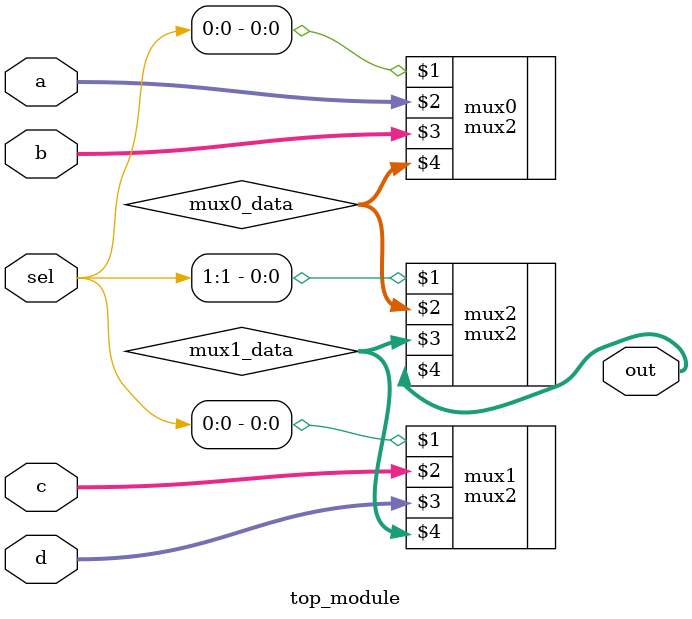
<source format=v>
/*
module mux2 (
    input sel,
    input [7:0] a,
    input [7:0] b,
    output [7:0] out
);
module top_module (
    input [1:0] sel,
    input [7:0] a,
    input [7:0] b,
    input [7:0] c,
    input [7:0] d,
    output [7:0] out  ); //

    wire mux0, mux1;
    
    mux2 mux0 ( sel[0],    a,    b, mux0 );
    mux2 mux1 ( sel[1],    c,    d, mux1 );
    mux2 mux2 ( sel[1], mux0, mux1,  out );

endmodule
*/

module top_module (
    input [1:0] sel,
    input [7:0] a,
    input [7:0] b,
    input [7:0] c,
    input [7:0] d,
    output [7:0] out  ); //

    wire [7:0] mux0_data, mux1_data;
    
    mux2 mux0 ( sel[0],    a,    b, mux0_data );
    mux2 mux1 ( sel[0],    c,    d, mux1_data );
    mux2 mux2 ( sel[1], mux0_data, mux1_data,  out );

endmodule
</source>
